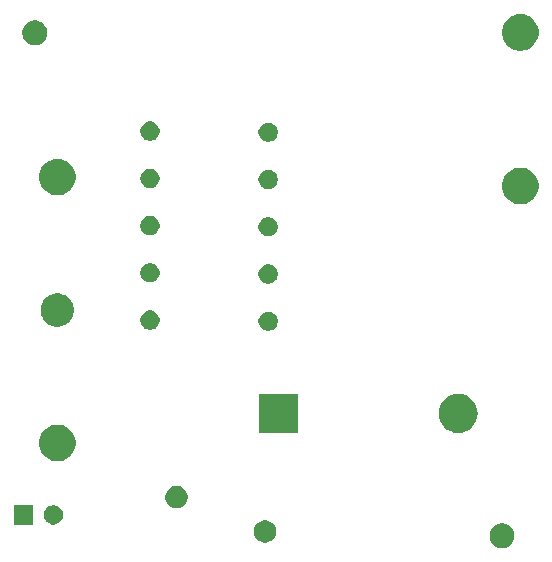
<source format=gbr>
G04 #@! TF.GenerationSoftware,KiCad,Pcbnew,(5.1.2-1)-1*
G04 #@! TF.CreationDate,2019-07-25T11:00:41+03:00*
G04 #@! TF.ProjectId,220_to_5v_charger,3232305f-746f-45f3-9576-5f6368617267,rev?*
G04 #@! TF.SameCoordinates,Original*
G04 #@! TF.FileFunction,Soldermask,Bot*
G04 #@! TF.FilePolarity,Negative*
%FSLAX46Y46*%
G04 Gerber Fmt 4.6, Leading zero omitted, Abs format (unit mm)*
G04 Created by KiCad (PCBNEW (5.1.2-1)-1) date 2019-07-25 11:00:41*
%MOMM*%
%LPD*%
G04 APERTURE LIST*
%ADD10C,0.100000*%
G04 APERTURE END LIST*
D10*
G36*
X119556564Y-114239389D02*
G01*
X119734277Y-114313000D01*
X119747835Y-114318616D01*
X119919973Y-114433635D01*
X120066365Y-114580027D01*
X120181385Y-114752167D01*
X120260611Y-114943436D01*
X120301000Y-115146484D01*
X120301000Y-115353516D01*
X120260611Y-115556564D01*
X120226593Y-115638690D01*
X120181384Y-115747835D01*
X120066365Y-115919973D01*
X119919973Y-116066365D01*
X119747835Y-116181384D01*
X119747834Y-116181385D01*
X119747833Y-116181385D01*
X119556564Y-116260611D01*
X119353516Y-116301000D01*
X119146484Y-116301000D01*
X118943436Y-116260611D01*
X118752167Y-116181385D01*
X118752166Y-116181385D01*
X118752165Y-116181384D01*
X118580027Y-116066365D01*
X118433635Y-115919973D01*
X118318616Y-115747835D01*
X118273407Y-115638690D01*
X118239389Y-115556564D01*
X118199000Y-115353516D01*
X118199000Y-115146484D01*
X118239389Y-114943436D01*
X118318615Y-114752167D01*
X118433635Y-114580027D01*
X118580027Y-114433635D01*
X118752165Y-114318616D01*
X118765723Y-114313000D01*
X118943436Y-114239389D01*
X119146484Y-114199000D01*
X119353516Y-114199000D01*
X119556564Y-114239389D01*
X119556564Y-114239389D01*
G37*
G36*
X99477395Y-113985546D02*
G01*
X99650466Y-114057234D01*
X99650467Y-114057235D01*
X99806227Y-114161310D01*
X99938690Y-114293773D01*
X99938691Y-114293775D01*
X100042766Y-114449534D01*
X100114454Y-114622605D01*
X100151000Y-114806333D01*
X100151000Y-114993667D01*
X100114454Y-115177395D01*
X100042766Y-115350466D01*
X100042765Y-115350467D01*
X99938690Y-115506227D01*
X99806227Y-115638690D01*
X99727818Y-115691081D01*
X99650466Y-115742766D01*
X99477395Y-115814454D01*
X99293667Y-115851000D01*
X99106333Y-115851000D01*
X98922605Y-115814454D01*
X98749534Y-115742766D01*
X98672182Y-115691081D01*
X98593773Y-115638690D01*
X98461310Y-115506227D01*
X98357235Y-115350467D01*
X98357234Y-115350466D01*
X98285546Y-115177395D01*
X98249000Y-114993667D01*
X98249000Y-114806333D01*
X98285546Y-114622605D01*
X98357234Y-114449534D01*
X98461309Y-114293775D01*
X98461310Y-114293773D01*
X98593773Y-114161310D01*
X98749533Y-114057235D01*
X98749534Y-114057234D01*
X98922605Y-113985546D01*
X99106333Y-113949000D01*
X99293667Y-113949000D01*
X99477395Y-113985546D01*
X99477395Y-113985546D01*
G37*
G36*
X81507142Y-112718242D02*
G01*
X81655101Y-112779529D01*
X81788255Y-112868499D01*
X81901501Y-112981745D01*
X81990471Y-113114899D01*
X82051758Y-113262858D01*
X82083000Y-113419925D01*
X82083000Y-113580075D01*
X82051758Y-113737142D01*
X81990471Y-113885101D01*
X81901501Y-114018255D01*
X81788255Y-114131501D01*
X81655101Y-114220471D01*
X81507142Y-114281758D01*
X81350075Y-114313000D01*
X81189925Y-114313000D01*
X81032858Y-114281758D01*
X80884899Y-114220471D01*
X80751745Y-114131501D01*
X80638499Y-114018255D01*
X80549529Y-113885101D01*
X80488242Y-113737142D01*
X80457000Y-113580075D01*
X80457000Y-113419925D01*
X80488242Y-113262858D01*
X80549529Y-113114899D01*
X80638499Y-112981745D01*
X80751745Y-112868499D01*
X80884899Y-112779529D01*
X81032858Y-112718242D01*
X81189925Y-112687000D01*
X81350075Y-112687000D01*
X81507142Y-112718242D01*
X81507142Y-112718242D01*
G37*
G36*
X79543000Y-114313000D02*
G01*
X77917000Y-114313000D01*
X77917000Y-112687000D01*
X79543000Y-112687000D01*
X79543000Y-114313000D01*
X79543000Y-114313000D01*
G37*
G36*
X91977395Y-111085546D02*
G01*
X92150466Y-111157234D01*
X92150467Y-111157235D01*
X92306227Y-111261310D01*
X92438690Y-111393773D01*
X92438691Y-111393775D01*
X92542766Y-111549534D01*
X92614454Y-111722605D01*
X92651000Y-111906333D01*
X92651000Y-112093667D01*
X92614454Y-112277395D01*
X92542766Y-112450466D01*
X92542765Y-112450467D01*
X92438690Y-112606227D01*
X92306227Y-112738690D01*
X92245107Y-112779529D01*
X92150466Y-112842766D01*
X91977395Y-112914454D01*
X91793667Y-112951000D01*
X91606333Y-112951000D01*
X91422605Y-112914454D01*
X91249534Y-112842766D01*
X91154893Y-112779529D01*
X91093773Y-112738690D01*
X90961310Y-112606227D01*
X90857235Y-112450467D01*
X90857234Y-112450466D01*
X90785546Y-112277395D01*
X90749000Y-112093667D01*
X90749000Y-111906333D01*
X90785546Y-111722605D01*
X90857234Y-111549534D01*
X90961309Y-111393775D01*
X90961310Y-111393773D01*
X91093773Y-111261310D01*
X91249533Y-111157235D01*
X91249534Y-111157234D01*
X91422605Y-111085546D01*
X91606333Y-111049000D01*
X91793667Y-111049000D01*
X91977395Y-111085546D01*
X91977395Y-111085546D01*
G37*
G36*
X81902585Y-105878802D02*
G01*
X82052410Y-105908604D01*
X82334674Y-106025521D01*
X82588705Y-106195259D01*
X82804741Y-106411295D01*
X82974479Y-106665326D01*
X83091396Y-106947590D01*
X83151000Y-107247240D01*
X83151000Y-107552760D01*
X83091396Y-107852410D01*
X82974479Y-108134674D01*
X82804741Y-108388705D01*
X82588705Y-108604741D01*
X82334674Y-108774479D01*
X82052410Y-108891396D01*
X81902585Y-108921198D01*
X81752761Y-108951000D01*
X81447239Y-108951000D01*
X81297415Y-108921198D01*
X81147590Y-108891396D01*
X80865326Y-108774479D01*
X80611295Y-108604741D01*
X80395259Y-108388705D01*
X80225521Y-108134674D01*
X80108604Y-107852410D01*
X80049000Y-107552760D01*
X80049000Y-107247240D01*
X80108604Y-106947590D01*
X80225521Y-106665326D01*
X80395259Y-106411295D01*
X80611295Y-106195259D01*
X80865326Y-106025521D01*
X81147590Y-105908604D01*
X81297415Y-105878802D01*
X81447239Y-105849000D01*
X81752761Y-105849000D01*
X81902585Y-105878802D01*
X81902585Y-105878802D01*
G37*
G36*
X115863651Y-103272888D02*
G01*
X116174870Y-103367296D01*
X116461680Y-103520599D01*
X116461683Y-103520601D01*
X116461684Y-103520602D01*
X116713082Y-103726918D01*
X116919398Y-103978316D01*
X116919401Y-103978320D01*
X117072704Y-104265130D01*
X117167112Y-104576349D01*
X117198988Y-104900000D01*
X117167112Y-105223651D01*
X117072704Y-105534870D01*
X116919401Y-105821680D01*
X116919399Y-105821683D01*
X116919398Y-105821684D01*
X116713082Y-106073082D01*
X116461684Y-106279398D01*
X116461680Y-106279401D01*
X116174870Y-106432704D01*
X115863651Y-106527112D01*
X115621107Y-106551000D01*
X115458893Y-106551000D01*
X115216349Y-106527112D01*
X114905130Y-106432704D01*
X114618320Y-106279401D01*
X114618316Y-106279398D01*
X114366918Y-106073082D01*
X114160602Y-105821684D01*
X114160601Y-105821683D01*
X114160599Y-105821680D01*
X114007296Y-105534870D01*
X113912888Y-105223651D01*
X113881012Y-104900000D01*
X113912888Y-104576349D01*
X114007296Y-104265130D01*
X114160599Y-103978320D01*
X114160602Y-103978316D01*
X114366918Y-103726918D01*
X114618316Y-103520602D01*
X114618317Y-103520601D01*
X114618320Y-103520599D01*
X114905130Y-103367296D01*
X115216349Y-103272888D01*
X115458893Y-103249000D01*
X115621107Y-103249000D01*
X115863651Y-103272888D01*
X115863651Y-103272888D01*
G37*
G36*
X101951000Y-106551000D02*
G01*
X98649000Y-106551000D01*
X98649000Y-103249000D01*
X101951000Y-103249000D01*
X101951000Y-106551000D01*
X101951000Y-106551000D01*
G37*
G36*
X99687142Y-96318242D02*
G01*
X99835101Y-96379529D01*
X99968255Y-96468499D01*
X100081501Y-96581745D01*
X100170471Y-96714899D01*
X100231758Y-96862858D01*
X100263000Y-97019925D01*
X100263000Y-97180075D01*
X100231758Y-97337142D01*
X100170471Y-97485101D01*
X100081501Y-97618255D01*
X99968255Y-97731501D01*
X99835101Y-97820471D01*
X99687142Y-97881758D01*
X99530075Y-97913000D01*
X99369925Y-97913000D01*
X99212858Y-97881758D01*
X99064899Y-97820471D01*
X98931745Y-97731501D01*
X98818499Y-97618255D01*
X98729529Y-97485101D01*
X98668242Y-97337142D01*
X98637000Y-97180075D01*
X98637000Y-97019925D01*
X98668242Y-96862858D01*
X98729529Y-96714899D01*
X98818499Y-96581745D01*
X98931745Y-96468499D01*
X99064899Y-96379529D01*
X99212858Y-96318242D01*
X99369925Y-96287000D01*
X99530075Y-96287000D01*
X99687142Y-96318242D01*
X99687142Y-96318242D01*
G37*
G36*
X89687142Y-96218242D02*
G01*
X89835101Y-96279529D01*
X89968255Y-96368499D01*
X90081501Y-96481745D01*
X90170471Y-96614899D01*
X90231758Y-96762858D01*
X90263000Y-96919925D01*
X90263000Y-97080075D01*
X90231758Y-97237142D01*
X90170471Y-97385101D01*
X90081501Y-97518255D01*
X89968255Y-97631501D01*
X89835101Y-97720471D01*
X89687142Y-97781758D01*
X89530075Y-97813000D01*
X89369925Y-97813000D01*
X89212858Y-97781758D01*
X89064899Y-97720471D01*
X88931745Y-97631501D01*
X88818499Y-97518255D01*
X88729529Y-97385101D01*
X88668242Y-97237142D01*
X88637000Y-97080075D01*
X88637000Y-96919925D01*
X88668242Y-96762858D01*
X88729529Y-96614899D01*
X88818499Y-96481745D01*
X88931745Y-96368499D01*
X89064899Y-96279529D01*
X89212858Y-96218242D01*
X89369925Y-96187000D01*
X89530075Y-96187000D01*
X89687142Y-96218242D01*
X89687142Y-96218242D01*
G37*
G36*
X81918433Y-94784893D02*
G01*
X82008657Y-94802839D01*
X82114267Y-94846585D01*
X82263621Y-94908449D01*
X82263622Y-94908450D01*
X82493086Y-95061772D01*
X82688228Y-95256914D01*
X82790675Y-95410237D01*
X82841551Y-95486379D01*
X82903415Y-95635733D01*
X82947161Y-95741343D01*
X83001000Y-96012014D01*
X83001000Y-96287986D01*
X82947161Y-96558657D01*
X82923864Y-96614900D01*
X82841551Y-96813621D01*
X82808652Y-96862858D01*
X82688228Y-97043086D01*
X82493086Y-97238228D01*
X82345050Y-97337142D01*
X82263621Y-97391551D01*
X82114267Y-97453415D01*
X82008657Y-97497161D01*
X81918433Y-97515107D01*
X81737988Y-97551000D01*
X81462012Y-97551000D01*
X81281567Y-97515107D01*
X81191343Y-97497161D01*
X81085733Y-97453415D01*
X80936379Y-97391551D01*
X80854950Y-97337142D01*
X80706914Y-97238228D01*
X80511772Y-97043086D01*
X80391348Y-96862858D01*
X80358449Y-96813621D01*
X80276136Y-96614900D01*
X80252839Y-96558657D01*
X80199000Y-96287986D01*
X80199000Y-96012014D01*
X80252839Y-95741343D01*
X80296585Y-95635733D01*
X80358449Y-95486379D01*
X80409325Y-95410237D01*
X80511772Y-95256914D01*
X80706914Y-95061772D01*
X80936378Y-94908450D01*
X80936379Y-94908449D01*
X81085733Y-94846585D01*
X81191343Y-94802839D01*
X81281567Y-94784893D01*
X81462012Y-94749000D01*
X81737988Y-94749000D01*
X81918433Y-94784893D01*
X81918433Y-94784893D01*
G37*
G36*
X99687142Y-92318242D02*
G01*
X99835101Y-92379529D01*
X99968255Y-92468499D01*
X100081501Y-92581745D01*
X100170471Y-92714899D01*
X100231758Y-92862858D01*
X100263000Y-93019925D01*
X100263000Y-93180075D01*
X100231758Y-93337142D01*
X100170471Y-93485101D01*
X100081501Y-93618255D01*
X99968255Y-93731501D01*
X99835101Y-93820471D01*
X99687142Y-93881758D01*
X99530075Y-93913000D01*
X99369925Y-93913000D01*
X99212858Y-93881758D01*
X99064899Y-93820471D01*
X98931745Y-93731501D01*
X98818499Y-93618255D01*
X98729529Y-93485101D01*
X98668242Y-93337142D01*
X98637000Y-93180075D01*
X98637000Y-93019925D01*
X98668242Y-92862858D01*
X98729529Y-92714899D01*
X98818499Y-92581745D01*
X98931745Y-92468499D01*
X99064899Y-92379529D01*
X99212858Y-92318242D01*
X99369925Y-92287000D01*
X99530075Y-92287000D01*
X99687142Y-92318242D01*
X99687142Y-92318242D01*
G37*
G36*
X89687142Y-92218242D02*
G01*
X89835101Y-92279529D01*
X89968255Y-92368499D01*
X90081501Y-92481745D01*
X90170471Y-92614899D01*
X90231758Y-92762858D01*
X90263000Y-92919925D01*
X90263000Y-93080075D01*
X90231758Y-93237142D01*
X90170471Y-93385101D01*
X90081501Y-93518255D01*
X89968255Y-93631501D01*
X89835101Y-93720471D01*
X89687142Y-93781758D01*
X89530075Y-93813000D01*
X89369925Y-93813000D01*
X89212858Y-93781758D01*
X89064899Y-93720471D01*
X88931745Y-93631501D01*
X88818499Y-93518255D01*
X88729529Y-93385101D01*
X88668242Y-93237142D01*
X88637000Y-93080075D01*
X88637000Y-92919925D01*
X88668242Y-92762858D01*
X88729529Y-92614899D01*
X88818499Y-92481745D01*
X88931745Y-92368499D01*
X89064899Y-92279529D01*
X89212858Y-92218242D01*
X89369925Y-92187000D01*
X89530075Y-92187000D01*
X89687142Y-92218242D01*
X89687142Y-92218242D01*
G37*
G36*
X99687142Y-88318242D02*
G01*
X99835101Y-88379529D01*
X99968255Y-88468499D01*
X100081501Y-88581745D01*
X100170471Y-88714899D01*
X100231758Y-88862858D01*
X100263000Y-89019925D01*
X100263000Y-89180075D01*
X100231758Y-89337142D01*
X100170471Y-89485101D01*
X100081501Y-89618255D01*
X99968255Y-89731501D01*
X99835101Y-89820471D01*
X99687142Y-89881758D01*
X99530075Y-89913000D01*
X99369925Y-89913000D01*
X99212858Y-89881758D01*
X99064899Y-89820471D01*
X98931745Y-89731501D01*
X98818499Y-89618255D01*
X98729529Y-89485101D01*
X98668242Y-89337142D01*
X98637000Y-89180075D01*
X98637000Y-89019925D01*
X98668242Y-88862858D01*
X98729529Y-88714899D01*
X98818499Y-88581745D01*
X98931745Y-88468499D01*
X99064899Y-88379529D01*
X99212858Y-88318242D01*
X99369925Y-88287000D01*
X99530075Y-88287000D01*
X99687142Y-88318242D01*
X99687142Y-88318242D01*
G37*
G36*
X89687142Y-88218242D02*
G01*
X89835101Y-88279529D01*
X89968255Y-88368499D01*
X90081501Y-88481745D01*
X90170471Y-88614899D01*
X90231758Y-88762858D01*
X90263000Y-88919925D01*
X90263000Y-89080075D01*
X90231758Y-89237142D01*
X90170471Y-89385101D01*
X90081501Y-89518255D01*
X89968255Y-89631501D01*
X89835101Y-89720471D01*
X89687142Y-89781758D01*
X89530075Y-89813000D01*
X89369925Y-89813000D01*
X89212858Y-89781758D01*
X89064899Y-89720471D01*
X88931745Y-89631501D01*
X88818499Y-89518255D01*
X88729529Y-89385101D01*
X88668242Y-89237142D01*
X88637000Y-89080075D01*
X88637000Y-88919925D01*
X88668242Y-88762858D01*
X88729529Y-88614899D01*
X88818499Y-88481745D01*
X88931745Y-88368499D01*
X89064899Y-88279529D01*
X89212858Y-88218242D01*
X89369925Y-88187000D01*
X89530075Y-88187000D01*
X89687142Y-88218242D01*
X89687142Y-88218242D01*
G37*
G36*
X121102585Y-84128802D02*
G01*
X121252410Y-84158604D01*
X121534674Y-84275521D01*
X121788705Y-84445259D01*
X122004741Y-84661295D01*
X122174479Y-84915326D01*
X122291396Y-85197590D01*
X122319155Y-85337142D01*
X122348586Y-85485101D01*
X122351000Y-85497240D01*
X122351000Y-85802760D01*
X122291396Y-86102410D01*
X122174479Y-86384674D01*
X122004741Y-86638705D01*
X121788705Y-86854741D01*
X121534674Y-87024479D01*
X121252410Y-87141396D01*
X121102585Y-87171198D01*
X120952761Y-87201000D01*
X120647239Y-87201000D01*
X120497415Y-87171198D01*
X120347590Y-87141396D01*
X120065326Y-87024479D01*
X119811295Y-86854741D01*
X119595259Y-86638705D01*
X119425521Y-86384674D01*
X119308604Y-86102410D01*
X119249000Y-85802760D01*
X119249000Y-85497240D01*
X119251415Y-85485101D01*
X119280845Y-85337142D01*
X119308604Y-85197590D01*
X119425521Y-84915326D01*
X119595259Y-84661295D01*
X119811295Y-84445259D01*
X120065326Y-84275521D01*
X120347590Y-84158604D01*
X120497415Y-84128802D01*
X120647239Y-84099000D01*
X120952761Y-84099000D01*
X121102585Y-84128802D01*
X121102585Y-84128802D01*
G37*
G36*
X81902585Y-83378802D02*
G01*
X82052410Y-83408604D01*
X82334674Y-83525521D01*
X82588705Y-83695259D01*
X82804741Y-83911295D01*
X82974479Y-84165326D01*
X83091396Y-84447590D01*
X83151000Y-84747240D01*
X83151000Y-85052760D01*
X83091396Y-85352410D01*
X82974479Y-85634674D01*
X82804741Y-85888705D01*
X82588705Y-86104741D01*
X82334674Y-86274479D01*
X82052410Y-86391396D01*
X81902585Y-86421198D01*
X81752761Y-86451000D01*
X81447239Y-86451000D01*
X81297415Y-86421198D01*
X81147590Y-86391396D01*
X80865326Y-86274479D01*
X80611295Y-86104741D01*
X80395259Y-85888705D01*
X80225521Y-85634674D01*
X80108604Y-85352410D01*
X80049000Y-85052760D01*
X80049000Y-84747240D01*
X80108604Y-84447590D01*
X80225521Y-84165326D01*
X80395259Y-83911295D01*
X80611295Y-83695259D01*
X80865326Y-83525521D01*
X81147590Y-83408604D01*
X81297415Y-83378802D01*
X81447239Y-83349000D01*
X81752761Y-83349000D01*
X81902585Y-83378802D01*
X81902585Y-83378802D01*
G37*
G36*
X99687142Y-84318242D02*
G01*
X99835101Y-84379529D01*
X99968255Y-84468499D01*
X100081501Y-84581745D01*
X100170471Y-84714899D01*
X100231758Y-84862858D01*
X100263000Y-85019925D01*
X100263000Y-85180075D01*
X100231758Y-85337142D01*
X100170471Y-85485101D01*
X100081501Y-85618255D01*
X99968255Y-85731501D01*
X99835101Y-85820471D01*
X99687142Y-85881758D01*
X99530075Y-85913000D01*
X99369925Y-85913000D01*
X99212858Y-85881758D01*
X99064899Y-85820471D01*
X98931745Y-85731501D01*
X98818499Y-85618255D01*
X98729529Y-85485101D01*
X98668242Y-85337142D01*
X98637000Y-85180075D01*
X98637000Y-85019925D01*
X98668242Y-84862858D01*
X98729529Y-84714899D01*
X98818499Y-84581745D01*
X98931745Y-84468499D01*
X99064899Y-84379529D01*
X99212858Y-84318242D01*
X99369925Y-84287000D01*
X99530075Y-84287000D01*
X99687142Y-84318242D01*
X99687142Y-84318242D01*
G37*
G36*
X89687142Y-84218242D02*
G01*
X89835101Y-84279529D01*
X89968255Y-84368499D01*
X90081501Y-84481745D01*
X90170471Y-84614899D01*
X90231758Y-84762858D01*
X90263000Y-84919925D01*
X90263000Y-85080075D01*
X90231758Y-85237142D01*
X90170471Y-85385101D01*
X90081501Y-85518255D01*
X89968255Y-85631501D01*
X89835101Y-85720471D01*
X89687142Y-85781758D01*
X89530075Y-85813000D01*
X89369925Y-85813000D01*
X89212858Y-85781758D01*
X89064899Y-85720471D01*
X88931745Y-85631501D01*
X88818499Y-85518255D01*
X88729529Y-85385101D01*
X88668242Y-85237142D01*
X88637000Y-85080075D01*
X88637000Y-84919925D01*
X88668242Y-84762858D01*
X88729529Y-84614899D01*
X88818499Y-84481745D01*
X88931745Y-84368499D01*
X89064899Y-84279529D01*
X89212858Y-84218242D01*
X89369925Y-84187000D01*
X89530075Y-84187000D01*
X89687142Y-84218242D01*
X89687142Y-84218242D01*
G37*
G36*
X99687142Y-80318242D02*
G01*
X99835101Y-80379529D01*
X99968255Y-80468499D01*
X100081501Y-80581745D01*
X100170471Y-80714899D01*
X100231758Y-80862858D01*
X100263000Y-81019925D01*
X100263000Y-81180075D01*
X100231758Y-81337142D01*
X100170471Y-81485101D01*
X100081501Y-81618255D01*
X99968255Y-81731501D01*
X99835101Y-81820471D01*
X99687142Y-81881758D01*
X99530075Y-81913000D01*
X99369925Y-81913000D01*
X99212858Y-81881758D01*
X99064899Y-81820471D01*
X98931745Y-81731501D01*
X98818499Y-81618255D01*
X98729529Y-81485101D01*
X98668242Y-81337142D01*
X98637000Y-81180075D01*
X98637000Y-81019925D01*
X98668242Y-80862858D01*
X98729529Y-80714899D01*
X98818499Y-80581745D01*
X98931745Y-80468499D01*
X99064899Y-80379529D01*
X99212858Y-80318242D01*
X99369925Y-80287000D01*
X99530075Y-80287000D01*
X99687142Y-80318242D01*
X99687142Y-80318242D01*
G37*
G36*
X89687142Y-80218242D02*
G01*
X89835101Y-80279529D01*
X89968255Y-80368499D01*
X90081501Y-80481745D01*
X90170471Y-80614899D01*
X90231758Y-80762858D01*
X90263000Y-80919925D01*
X90263000Y-81080075D01*
X90231758Y-81237142D01*
X90170471Y-81385101D01*
X90081501Y-81518255D01*
X89968255Y-81631501D01*
X89835101Y-81720471D01*
X89687142Y-81781758D01*
X89530075Y-81813000D01*
X89369925Y-81813000D01*
X89212858Y-81781758D01*
X89064899Y-81720471D01*
X88931745Y-81631501D01*
X88818499Y-81518255D01*
X88729529Y-81385101D01*
X88668242Y-81237142D01*
X88637000Y-81080075D01*
X88637000Y-80919925D01*
X88668242Y-80762858D01*
X88729529Y-80614899D01*
X88818499Y-80481745D01*
X88931745Y-80368499D01*
X89064899Y-80279529D01*
X89212858Y-80218242D01*
X89369925Y-80187000D01*
X89530075Y-80187000D01*
X89687142Y-80218242D01*
X89687142Y-80218242D01*
G37*
G36*
X121102585Y-71128802D02*
G01*
X121252410Y-71158604D01*
X121534674Y-71275521D01*
X121788705Y-71445259D01*
X122004741Y-71661295D01*
X122174479Y-71915326D01*
X122291396Y-72197590D01*
X122351000Y-72497240D01*
X122351000Y-72802760D01*
X122291396Y-73102410D01*
X122174479Y-73384674D01*
X122004741Y-73638705D01*
X121788705Y-73854741D01*
X121534674Y-74024479D01*
X121252410Y-74141396D01*
X121102585Y-74171198D01*
X120952761Y-74201000D01*
X120647239Y-74201000D01*
X120497415Y-74171198D01*
X120347590Y-74141396D01*
X120065326Y-74024479D01*
X119811295Y-73854741D01*
X119595259Y-73638705D01*
X119425521Y-73384674D01*
X119308604Y-73102410D01*
X119249000Y-72802760D01*
X119249000Y-72497240D01*
X119308604Y-72197590D01*
X119425521Y-71915326D01*
X119595259Y-71661295D01*
X119811295Y-71445259D01*
X120065326Y-71275521D01*
X120347590Y-71158604D01*
X120497415Y-71128802D01*
X120647239Y-71099000D01*
X120952761Y-71099000D01*
X121102585Y-71128802D01*
X121102585Y-71128802D01*
G37*
G36*
X80006565Y-71664390D02*
G01*
X80197834Y-71743616D01*
X80197836Y-71743617D01*
X80369974Y-71858636D01*
X80516366Y-72005028D01*
X80631386Y-72177168D01*
X80710612Y-72368437D01*
X80751001Y-72571485D01*
X80751001Y-72778517D01*
X80710612Y-72981565D01*
X80660557Y-73102409D01*
X80631385Y-73172836D01*
X80516366Y-73344974D01*
X80369974Y-73491366D01*
X80197836Y-73606385D01*
X80197835Y-73606386D01*
X80197834Y-73606386D01*
X80006565Y-73685612D01*
X79803517Y-73726001D01*
X79596485Y-73726001D01*
X79393437Y-73685612D01*
X79202168Y-73606386D01*
X79202167Y-73606386D01*
X79202166Y-73606385D01*
X79030028Y-73491366D01*
X78883636Y-73344974D01*
X78768617Y-73172836D01*
X78739445Y-73102409D01*
X78689390Y-72981565D01*
X78649001Y-72778517D01*
X78649001Y-72571485D01*
X78689390Y-72368437D01*
X78768616Y-72177168D01*
X78883636Y-72005028D01*
X79030028Y-71858636D01*
X79202166Y-71743617D01*
X79202168Y-71743616D01*
X79393437Y-71664390D01*
X79596485Y-71624001D01*
X79803517Y-71624001D01*
X80006565Y-71664390D01*
X80006565Y-71664390D01*
G37*
M02*

</source>
